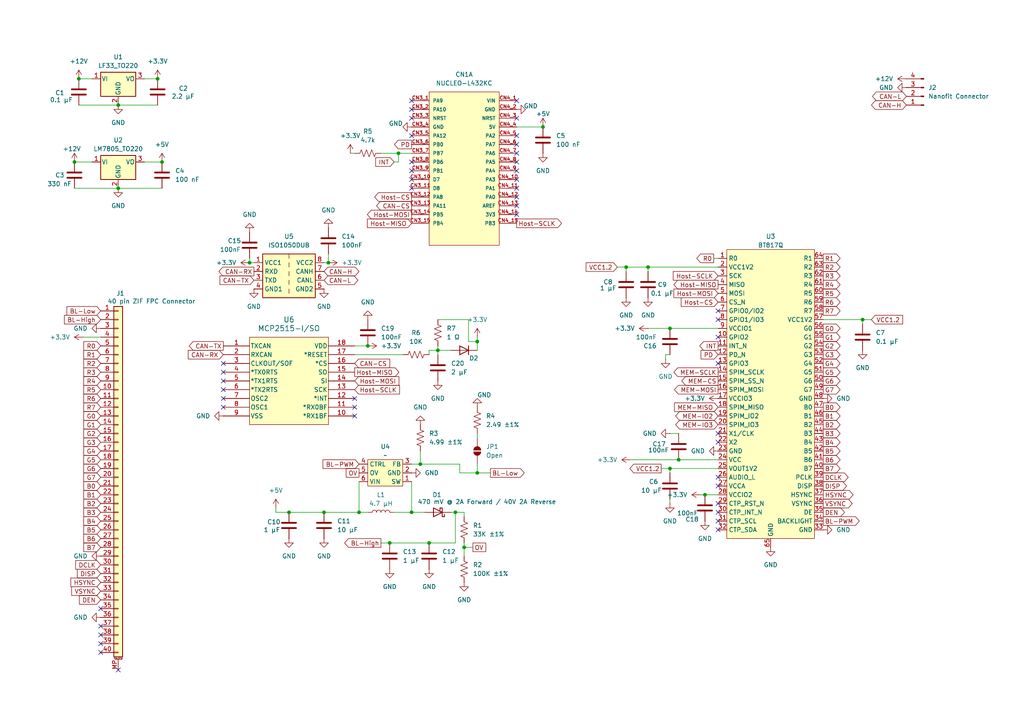
<source format=kicad_sch>
(kicad_sch (version 20231120) (generator "eeschema") (generator_version "8.0")
  (paper "A4")
  (title_block (title "FS-3 Dash") (date "2024-11-07") (rev "1.0") (company "Formula Slug"))
  (junction (at 124.46 157.48))
  (junction (at 22.86 22.86))
  (junction (at 187.96 77.47))
  (junction (at 34.29 54.61))
  (junction (at 134.62 158.75))
  (junction (at 119.38 148.59))
  (junction (at 21.59 46.99))
  (junction (at 72.39 76.2))
  (junction (at 45.72 22.86))
  (junction (at 157.48 36.83))
  (junction (at 104.14 148.59))
  (junction (at 34.29 30.48))
  (junction (at 95.25 76.2))
  (junction (at 181.61 77.47))
  (junction (at 46.99 46.99))
  (junction (at 115.57 44.45))
  (junction (at 194.31 95.25))
  (junction (at 132.08 148.59))
  (junction (at 250.19 92.71))
  (junction (at 93.98 148.59))
  (junction (at 204.47 143.51))
  (junction (at 83.82 148.59))
  (junction (at 127 101.6))
  (junction (at 196.85 133.35))
  (junction (at 194.31 135.89))
  (junction (at 106.68 100.33))
  (junction (at 113.03 157.48))
  (junction (at 121.92 134.62))
  (junction (at 138.43 137.16))
  (junction (at 138.43 99.06))
  (no_connect (at 29.21 181.61))
  (no_connect (at 64.77 105.41))
  (no_connect (at 119.38 29.21))
  (no_connect (at 149.86 39.37))
  (no_connect (at 119.38 54.61))
  (no_connect (at 149.86 59.69))
  (no_connect (at 29.21 176.53))
  (no_connect (at 64.77 110.49))
  (no_connect (at 34.29 194.31))
  (no_connect (at 208.28 151.13))
  (no_connect (at 64.77 118.11))
  (no_connect (at 149.86 34.29))
  (no_connect (at 119.38 46.99))
  (no_connect (at 208.28 128.27))
  (no_connect (at 208.28 97.79))
  (no_connect (at 208.28 90.17))
  (no_connect (at 208.28 138.43))
  (no_connect (at 29.21 186.69))
  (no_connect (at 149.86 52.07))
  (no_connect (at 149.86 41.91))
  (no_connect (at 64.77 107.95))
  (no_connect (at 149.86 54.61))
  (no_connect (at 149.86 49.53))
  (no_connect (at 208.28 105.41))
  (no_connect (at 208.28 140.97))
  (no_connect (at 119.38 39.37))
  (no_connect (at 149.86 44.45))
  (no_connect (at 119.38 52.07))
  (no_connect (at 102.87 120.65))
  (no_connect (at 208.28 146.05))
  (no_connect (at 29.21 189.23))
  (no_connect (at 64.77 115.57))
  (no_connect (at 208.28 92.71))
  (no_connect (at 149.86 46.99))
  (no_connect (at 149.86 62.23))
  (no_connect (at 119.38 49.53))
  (no_connect (at 208.28 153.67))
  (no_connect (at 208.28 125.73))
  (no_connect (at 29.21 184.15))
  (no_connect (at 119.38 31.75))
  (no_connect (at 119.38 34.29))
  (no_connect (at 102.87 115.57))
  (no_connect (at 102.87 118.11))
  (no_connect (at 64.77 113.03))
  (no_connect (at 149.86 57.15))
  (no_connect (at 149.86 29.21))
  (no_connect (at 208.28 148.59))
  (wire (pts (xy 134.62 157.48) (xy 134.62 158.75)))
  (wire (pts (xy 204.47 143.51) (xy 208.28 143.51)))
  (wire (pts (xy 93.98 148.59) (xy 104.14 148.59)))
  (wire (pts (xy 93.98 76.2) (xy 95.25 76.2)))
  (wire (pts (xy 104.14 148.59) (xy 104.14 139.7)))
  (wire (pts (xy 83.82 148.59) (xy 93.98 148.59)))
  (wire (pts (xy 95.25 76.2) (xy 95.25 73.66)))
  (wire (pts (xy 110.49 44.45) (xy 115.57 44.45)))
  (wire (pts (xy 207.01 74.93) (xy 208.28 74.93)))
  (wire (pts (xy 102.87 100.33) (xy 106.68 100.33)))
  (wire (pts (xy 250.19 92.71) (xy 252.73 92.71)))
  (wire (pts (xy 138.43 101.6) (xy 138.43 99.06)))
  (wire (pts (xy 196.85 133.35) (xy 208.28 133.35)))
  (wire (pts (xy 194.31 146.05) (xy 194.31 144.78)))
  (wire (pts (xy 138.43 99.06) (xy 138.43 97.79)))
  (wire (pts (xy 29.21 97.79) (xy 24.13 97.79)))
  (wire (pts (xy 114.3 148.59) (xy 119.38 148.59)))
  (wire (pts (xy 72.39 76.2) (xy 73.66 76.2)))
  (wire (pts (xy 127 101.6) (xy 130.81 101.6)))
  (wire (pts (xy 102.87 102.87) (xy 116.84 102.87)))
  (wire (pts (xy 22.86 22.86) (xy 26.67 22.86)))
  (wire (pts (xy 115.57 44.45) (xy 119.38 44.45)))
  (wire (pts (xy 41.91 22.86) (xy 45.72 22.86)))
  (wire (pts (xy 119.38 148.59) (xy 119.38 139.7)))
  (wire (pts (xy 181.61 77.47) (xy 187.96 77.47)))
  (wire (pts (xy 101.6 44.45) (xy 102.87 44.45)))
  (wire (pts (xy 194.31 102.87) (xy 193.04 102.87)))
  (wire (pts (xy 134.62 158.75) (xy 137.16 158.75)))
  (wire (pts (xy 123.19 148.59) (xy 119.38 148.59)))
  (wire (pts (xy 113.03 157.48) (xy 124.46 157.48)))
  (wire (pts (xy 80.01 148.59) (xy 83.82 148.59)))
  (wire (pts (xy 157.48 36.83) (xy 149.86 36.83)))
  (wire (pts (xy 21.59 54.61) (xy 34.29 54.61)))
  (wire (pts (xy 21.59 46.99) (xy 26.67 46.99)))
  (wire (pts (xy 138.43 134.62) (xy 138.43 137.16)))
  (wire (pts (xy 124.46 157.48) (xy 132.08 157.48)))
  (wire (pts (xy 115.57 46.99) (xy 115.57 44.45)))
  (wire (pts (xy 196.85 125.73) (xy 194.31 125.73)))
  (wire (pts (xy 138.43 125.73) (xy 138.43 127)))
  (wire (pts (xy 133.35 134.62) (xy 133.35 137.16)))
  (wire (pts (xy 22.86 30.48) (xy 34.29 30.48)))
  (wire (pts (xy 132.08 148.59) (xy 132.08 157.48)))
  (wire (pts (xy 133.35 137.16) (xy 138.43 137.16)))
  (wire (pts (xy 181.61 78.74) (xy 181.61 77.47)))
  (wire (pts (xy 119.38 134.62) (xy 121.92 134.62)))
  (wire (pts (xy 194.31 137.16) (xy 194.31 135.89)))
  (wire (pts (xy 106.68 148.59) (xy 104.14 148.59)))
  (wire (pts (xy 121.92 134.62) (xy 133.35 134.62)))
  (wire (pts (xy 121.92 130.81) (xy 121.92 134.62)))
  (wire (pts (xy 34.29 30.48) (xy 45.72 30.48)))
  (wire (pts (xy 194.31 135.89) (xy 208.28 135.89)))
  (wire (pts (xy 194.31 95.25) (xy 208.28 95.25)))
  (wire (pts (xy 187.96 95.25) (xy 194.31 95.25)))
  (wire (pts (xy 80.01 147.32) (xy 80.01 148.59)))
  (wire (pts (xy 134.62 161.29) (xy 134.62 158.75)))
  (wire (pts (xy 187.96 78.74) (xy 187.96 77.47)))
  (wire (pts (xy 193.04 102.87) (xy 193.04 104.14)))
  (wire (pts (xy 135.89 99.06) (xy 138.43 99.06)))
  (wire (pts (xy 41.91 46.99) (xy 46.99 46.99)))
  (wire (pts (xy 203.2 143.51) (xy 204.47 143.51)))
  (wire (pts (xy 72.39 74.93) (xy 72.39 76.2)))
  (wire (pts (xy 110.49 157.48) (xy 113.03 157.48)))
  (wire (pts (xy 138.43 137.16) (xy 142.24 137.16)))
  (wire (pts (xy 135.89 92.71) (xy 135.89 99.06)))
  (wire (pts (xy 130.81 148.59) (xy 132.08 148.59)))
  (wire (pts (xy 238.76 92.71) (xy 250.19 92.71)))
  (wire (pts (xy 250.19 92.71) (xy 250.19 93.98)))
  (wire (pts (xy 124.46 101.6) (xy 127 101.6)))
  (wire (pts (xy 34.29 54.61) (xy 46.99 54.61)))
  (wire (pts (xy 179.07 77.47) (xy 181.61 77.47)))
  (wire (pts (xy 187.96 77.47) (xy 208.28 77.47)))
  (wire (pts (xy 191.77 135.89) (xy 194.31 135.89)))
  (wire (pts (xy 124.46 102.87) (xy 124.46 101.6)))
  (wire (pts (xy 127 100.33) (xy 127 101.6)))
  (wire (pts (xy 134.62 148.59) (xy 134.62 149.86)))
  (wire (pts (xy 127 92.71) (xy 135.89 92.71)))
  (wire (pts (xy 114.3 46.99) (xy 115.57 46.99)))
  (wire (pts (xy 127 102.87) (xy 127 101.6)))
  (wire (pts (xy 182.88 133.35) (xy 196.85 133.35)))
  (wire (pts (xy 132.08 148.59) (xy 134.62 148.59)))
  (global_label "B3" (shape input) (at 29.21 148.59 180) (property "Intersheetrefs" "${INTERSHEET_REFS}" (effects (hide yes))))
  (global_label "B1" (shape output) (at 238.76 120.65 0) (property "Intersheetrefs" "${INTERSHEET_REFS}" (effects (hide yes))))
  (global_label "R6" (shape input) (at 29.21 115.57 180) (property "Intersheetrefs" "${INTERSHEET_REFS}" (effects (hide yes))))
  (global_label "R7" (shape output) (at 238.76 90.17 0) (property "Intersheetrefs" "${INTERSHEET_REFS}" (effects (hide yes))))
  (global_label "BL-Low" (shape output) (at 142.24 137.16 0) (property "Intersheetrefs" "${INTERSHEET_REFS}" (effects (hide yes))))
  (global_label "R7" (shape input) (at 29.21 118.11 180) (property "Intersheetrefs" "${INTERSHEET_REFS}" (effects (hide yes))))
  (global_label "G0" (shape output) (at 238.76 95.25 0) (property "Intersheetrefs" "${INTERSHEET_REFS}" (effects (hide yes))))
  (global_label "CAN-TX" (shape output) (at 64.77 100.33 180) (property "Intersheetrefs" "${INTERSHEET_REFS}" (effects (hide yes))))
  (global_label "B1" (shape input) (at 29.21 143.51 180) (property "Intersheetrefs" "${INTERSHEET_REFS}" (effects (hide yes))))
  (global_label "CAN-CS" (shape input) (at 102.87 105.41 0) (property "Intersheetrefs" "${INTERSHEET_REFS}" (effects (hide yes))))
  (global_label "B2" (shape output) (at 238.76 123.19 0) (property "Intersheetrefs" "${INTERSHEET_REFS}" (effects (hide yes))))
  (global_label "MEM-IO2" (shape bidirectional) (at 208.28 120.65 180) (property "Intersheetrefs" "${INTERSHEET_REFS}" (effects (hide yes))))
  (global_label "R3" (shape output) (at 238.76 80.01 0) (property "Intersheetrefs" "${INTERSHEET_REFS}" (effects (hide yes))))
  (global_label "B0" (shape output) (at 238.76 118.11 0) (property "Intersheetrefs" "${INTERSHEET_REFS}" (effects (hide yes))))
  (global_label "MEM-SCLK" (shape output) (at 208.28 107.95 180) (property "Intersheetrefs" "${INTERSHEET_REFS}" (effects (hide yes))))
  (global_label "Host-MOSI" (shape input) (at 208.28 85.09 180) (property "Intersheetrefs" "${INTERSHEET_REFS}" (effects (hide yes))))
  (global_label "R6" (shape output) (at 238.76 87.63 0) (property "Intersheetrefs" "${INTERSHEET_REFS}" (effects (hide yes))))
  (global_label "CAN-L" (shape bidirectional) (at 262.89 27.94 180) (property "Intersheetrefs" "${INTERSHEET_REFS}" (effects (hide yes))))
  (global_label "B7" (shape input) (at 29.21 158.75 180) (property "Intersheetrefs" "${INTERSHEET_REFS}" (effects (hide yes))))
  (global_label "G1" (shape input) (at 29.21 123.19 180) (property "Intersheetrefs" "${INTERSHEET_REFS}" (effects (hide yes))))
  (global_label "R5" (shape output) (at 238.76 85.09 0) (property "Intersheetrefs" "${INTERSHEET_REFS}" (effects (hide yes))))
  (global_label "B4" (shape output) (at 238.76 128.27 0) (property "Intersheetrefs" "${INTERSHEET_REFS}" (effects (hide yes))))
  (global_label "Host-SCLK" (shape output) (at 149.86 64.77 0) (property "Intersheetrefs" "${INTERSHEET_REFS}" (effects (hide yes))))
  (global_label "B6" (shape output) (at 238.76 133.35 0) (property "Intersheetrefs" "${INTERSHEET_REFS}" (effects (hide yes))))
  (global_label "Host-MISO" (shape input) (at 119.38 64.77 180) (property "Intersheetrefs" "${INTERSHEET_REFS}" (effects (hide yes))))
  (global_label "Host-MISO" (shape output) (at 208.28 82.55 180) (property "Intersheetrefs" "${INTERSHEET_REFS}" (effects (hide yes))))
  (global_label "G1" (shape output) (at 238.76 97.79 0) (property "Intersheetrefs" "${INTERSHEET_REFS}" (effects (hide yes))))
  (global_label "DISP" (shape output) (at 238.76 140.97 0) (property "Intersheetrefs" "${INTERSHEET_REFS}" (effects (hide yes))))
  (global_label "DCLK" (shape input) (at 29.21 163.83 180) (property "Intersheetrefs" "${INTERSHEET_REFS}" (effects (hide yes))))
  (global_label "BL-Low" (shape input) (at 29.21 90.17 180) (property "Intersheetrefs" "${INTERSHEET_REFS}" (effects (hide yes))))
  (global_label "DCLK" (shape output) (at 238.76 138.43 0) (property "Intersheetrefs" "${INTERSHEET_REFS}" (effects (hide yes))))
  (global_label "CAN-H" (shape bidirectional) (at 262.89 30.48 180) (property "Intersheetrefs" "${INTERSHEET_REFS}" (effects (hide yes))))
  (global_label "G6" (shape input) (at 29.21 135.89 180) (property "Intersheetrefs" "${INTERSHEET_REFS}" (effects (hide yes))))
  (global_label "CAN-RX" (shape output) (at 73.66 78.74 180) (property "Intersheetrefs" "${INTERSHEET_REFS}" (effects (hide yes))))
  (global_label "G4" (shape input) (at 29.21 130.81 180) (property "Intersheetrefs" "${INTERSHEET_REFS}" (effects (hide yes))))
  (global_label "R2" (shape output) (at 238.76 77.47 0) (property "Intersheetrefs" "${INTERSHEET_REFS}" (effects (hide yes))))
  (global_label "CAN-H" (shape bidirectional) (at 93.98 78.74 0) (property "Intersheetrefs" "${INTERSHEET_REFS}" (effects (hide yes))))
  (global_label "HSYNC" (shape input) (at 29.21 168.91 180) (property "Intersheetrefs" "${INTERSHEET_REFS}" (effects (hide yes))))
  (global_label "MEM-IO3" (shape bidirectional) (at 208.28 123.19 180) (property "Intersheetrefs" "${INTERSHEET_REFS}" (effects (hide yes))))
  (global_label "OV" (shape passive) (at 137.16 158.75 0) (property "Intersheetrefs" "${INTERSHEET_REFS}" (effects (hide yes))))
  (global_label "B5" (shape input) (at 29.21 153.67 180) (property "Intersheetrefs" "${INTERSHEET_REFS}" (effects (hide yes))))
  (global_label "B3" (shape output) (at 238.76 125.73 0) (property "Intersheetrefs" "${INTERSHEET_REFS}" (effects (hide yes))))
  (global_label "Host-MOSI" (shape input) (at 102.87 110.49 0) (property "Intersheetrefs" "${INTERSHEET_REFS}" (effects (hide yes))))
  (global_label "R1" (shape output) (at 238.76 74.93 0) (property "Intersheetrefs" "${INTERSHEET_REFS}" (effects (hide yes))))
  (global_label "G3" (shape input) (at 29.21 128.27 180) (property "Intersheetrefs" "${INTERSHEET_REFS}" (effects (hide yes))))
  (global_label "R1" (shape input) (at 29.21 102.87 180) (property "Intersheetrefs" "${INTERSHEET_REFS}" (effects (hide yes))))
  (global_label "VCC1.2" (shape input) (at 179.07 77.47 180) (property "Intersheetrefs" "${INTERSHEET_REFS}" (effects (hide yes))))
  (global_label "G3" (shape output) (at 238.76 102.87 0) (property "Intersheetrefs" "${INTERSHEET_REFS}" (effects (hide yes))))
  (global_label "MEM-CS" (shape output) (at 208.28 110.49 180) (property "Intersheetrefs" "${INTERSHEET_REFS}" (effects (hide yes))))
  (global_label "BL-PWM" (shape output) (at 238.76 151.13 0) (property "Intersheetrefs" "${INTERSHEET_REFS}" (effects (hide yes))))
  (global_label "DEN" (shape input) (at 29.21 173.99 180) (property "Intersheetrefs" "${INTERSHEET_REFS}" (effects (hide yes))))
  (global_label "Host-MISO" (shape output) (at 102.87 107.95 0) (property "Intersheetrefs" "${INTERSHEET_REFS}" (effects (hide yes))))
  (global_label "G7" (shape output) (at 238.76 113.03 0) (property "Intersheetrefs" "${INTERSHEET_REFS}" (effects (hide yes))))
  (global_label "VCC1.2" (shape input) (at 252.73 92.71 0) (property "Intersheetrefs" "${INTERSHEET_REFS}" (effects (hide yes))))
  (global_label "G0" (shape input) (at 29.21 120.65 180) (property "Intersheetrefs" "${INTERSHEET_REFS}" (effects (hide yes))))
  (global_label "B5" (shape output) (at 238.76 130.81 0) (property "Intersheetrefs" "${INTERSHEET_REFS}" (effects (hide yes))))
  (global_label "BL-PWM" (shape input) (at 104.14 134.62 180) (property "Intersheetrefs" "${INTERSHEET_REFS}" (effects (hide yes))))
  (global_label "Host-SCLK" (shape input) (at 208.28 80.01 180) (property "Intersheetrefs" "${INTERSHEET_REFS}" (effects (hide yes))))
  (global_label "R4" (shape output) (at 238.76 82.55 0) (property "Intersheetrefs" "${INTERSHEET_REFS}" (effects (hide yes))))
  (global_label "CAN-RX" (shape input) (at 64.77 102.87 180) (property "Intersheetrefs" "${INTERSHEET_REFS}" (effects (hide yes))))
  (global_label "B0" (shape input) (at 29.21 140.97 180) (property "Intersheetrefs" "${INTERSHEET_REFS}" (effects (hide yes))))
  (global_label "INT" (shape output) (at 208.28 100.33 180) (property "Intersheetrefs" "${INTERSHEET_REFS}" (effects (hide yes))))
  (global_label "R3" (shape input) (at 29.21 107.95 180) (property "Intersheetrefs" "${INTERSHEET_REFS}" (effects (hide yes))))
  (global_label "G2" (shape output) (at 238.76 100.33 0) (property "Intersheetrefs" "${INTERSHEET_REFS}" (effects (hide yes))))
  (global_label "CAN-L" (shape bidirectional) (at 93.98 81.28 0) (property "Intersheetrefs" "${INTERSHEET_REFS}" (effects (hide yes))))
  (global_label "Host-SCLK" (shape input) (at 102.87 113.03 0) (property "Intersheetrefs" "${INTERSHEET_REFS}" (effects (hide yes))))
  (global_label "VCC1.2" (shape output) (at 191.77 135.89 180) (property "Intersheetrefs" "${INTERSHEET_REFS}" (effects (hide yes))))
  (global_label "Host-CS" (shape output) (at 119.38 57.15 180) (property "Intersheetrefs" "${INTERSHEET_REFS}" (effects (hide yes))))
  (global_label "Host-CS" (shape input) (at 208.28 87.63 180) (property "Intersheetrefs" "${INTERSHEET_REFS}" (effects (hide yes))))
  (global_label "G5" (shape input) (at 29.21 133.35 180) (property "Intersheetrefs" "${INTERSHEET_REFS}" (effects (hide yes))))
  (global_label "B6" (shape input) (at 29.21 156.21 180) (property "Intersheetrefs" "${INTERSHEET_REFS}" (effects (hide yes))))
  (global_label "R4" (shape input) (at 29.21 110.49 180) (property "Intersheetrefs" "${INTERSHEET_REFS}" (effects (hide yes))))
  (global_label "G4" (shape output) (at 238.76 105.41 0) (property "Intersheetrefs" "${INTERSHEET_REFS}" (effects (hide yes))))
  (global_label "INT" (shape input) (at 114.3 46.99 180) (property "Intersheetrefs" "${INTERSHEET_REFS}" (effects (hide yes))))
  (global_label "G7" (shape input) (at 29.21 138.43 180) (property "Intersheetrefs" "${INTERSHEET_REFS}" (effects (hide yes))))
  (global_label "G2" (shape input) (at 29.21 125.73 180) (property "Intersheetrefs" "${INTERSHEET_REFS}" (effects (hide yes))))
  (global_label "Host-MOSI" (shape output) (at 119.38 62.23 180) (property "Intersheetrefs" "${INTERSHEET_REFS}" (effects (hide yes))))
  (global_label "G6" (shape output) (at 238.76 110.49 0) (property "Intersheetrefs" "${INTERSHEET_REFS}" (effects (hide yes))))
  (global_label "MEM-MISO" (shape input) (at 208.28 118.11 180) (property "Intersheetrefs" "${INTERSHEET_REFS}" (effects (hide yes))))
  (global_label "DEN" (shape output) (at 238.76 148.59 0) (property "Intersheetrefs" "${INTERSHEET_REFS}" (effects (hide yes))))
  (global_label "PD" (shape output) (at 119.38 41.91 180) (property "Intersheetrefs" "${INTERSHEET_REFS}" (effects (hide yes))))
  (global_label "OV" (shape passive) (at 104.14 137.16 180) (property "Intersheetrefs" "${INTERSHEET_REFS}" (effects (hide yes))))
  (global_label "MEM-MOSI" (shape output) (at 208.28 113.03 180) (property "Intersheetrefs" "${INTERSHEET_REFS}" (effects (hide yes))))
  (global_label "CAN-TX" (shape input) (at 73.66 81.28 180) (property "Intersheetrefs" "${INTERSHEET_REFS}" (effects (hide yes))))
  (global_label "VSYNC" (shape output) (at 238.76 146.05 0) (property "Intersheetrefs" "${INTERSHEET_REFS}" (effects (hide yes))))
  (global_label "BL-High" (shape output) (at 110.49 157.48 180) (property "Intersheetrefs" "${INTERSHEET_REFS}" (effects (hide yes))))
  (global_label "R5" (shape input) (at 29.21 113.03 180) (property "Intersheetrefs" "${INTERSHEET_REFS}" (effects (hide yes))))
  (global_label "PD" (shape input) (at 208.28 102.87 180) (property "Intersheetrefs" "${INTERSHEET_REFS}" (effects (hide yes))))
  (global_label "VSYNC" (shape input) (at 29.21 171.45 180) (property "Intersheetrefs" "${INTERSHEET_REFS}" (effects (hide yes))))
  (global_label "R2" (shape input) (at 29.21 105.41 180) (property "Intersheetrefs" "${INTERSHEET_REFS}" (effects (hide yes))))
  (global_label "B7" (shape output) (at 238.76 135.89 0) (property "Intersheetrefs" "${INTERSHEET_REFS}" (effects (hide yes))))
  (global_label "BL-High" (shape input) (at 29.21 92.71 180) (property "Intersheetrefs" "${INTERSHEET_REFS}" (effects (hide yes))))
  (global_label "DISP" (shape input) (at 29.21 166.37 180) (property "Intersheetrefs" "${INTERSHEET_REFS}" (effects (hide yes))))
  (global_label "R0" (shape output) (at 207.01 74.93 180) (property "Intersheetrefs" "${INTERSHEET_REFS}" (effects (hide yes))))
  (global_label "B2" (shape input) (at 29.21 146.05 180) (property "Intersheetrefs" "${INTERSHEET_REFS}" (effects (hide yes))))
  (global_label "CAN-CS" (shape output) (at 119.38 59.69 180) (property "Intersheetrefs" "${INTERSHEET_REFS}" (effects (hide yes))))
  (global_label "R0" (shape input) (at 29.21 100.33 180) (property "Intersheetrefs" "${INTERSHEET_REFS}" (effects (hide yes))))
  (global_label "G5" (shape output) (at 238.76 107.95 0) (property "Intersheetrefs" "${INTERSHEET_REFS}" (effects (hide yes))))
  (global_label "B4" (shape input) (at 29.21 151.13 180) (property "Intersheetrefs" "${INTERSHEET_REFS}" (effects (hide yes))))
  (global_label "HSYNC" (shape output) (at 238.76 143.51 0) (property "Intersheetrefs" "${INTERSHEET_REFS}" (effects (hide yes))))
  (symbol (lib_id "Device:C") (at 127 106.68 0) (unit 1)
    (property "Reference" "C20" (at 130.81 105.4099 0) (effects (justify left)))
    (property "Value" "2 µF" (at 130.81 107.9499 0) (effects (justify left)))
    (property "Footprint" "Capacitor_SMD:C_0805_2012Metric" (effects (hide yes)))
    (property "Description" "Unpolarized capacitor" (effects (hide yes)))
  )
  (symbol (lib_id "Device:C") (at 22.86 26.67 0) (unit 1)
    (property "Reference" "C1" (at 16.002 26.924 0) (effects (justify left)))
    (property "Value" "0.1 µF" (at 14.478 28.956 0) (effects (justify left)))
    (property "Footprint" "Capacitor_SMD:C_0805_2012Metric" (effects (hide yes)))
    (property "Description" "Unpolarized capacitor" (effects (hide yes)))
  )
  (symbol (lib_id "power:GND") (at 64.77 120.65 270) (unit 1)
    (property "Reference" "#PWR048" (effects (hide yes)))
    (property "Value" "GND" (at 60.96 120.6499 90) (effects (justify right)))
    (property "Description" "Power symbol creates a global label with name \"GND\" , ground" (effects (hide yes)))
  )
  (symbol (lib_id "FS_3_Global_Symbol_Library:AP3032KTR-G1") (at 116.84 140.97 180) (unit 1)
    (property "Reference" "U4" (at 111.76 129.54 0))
    (property "Value" "~" (at 111.76 132.08 0))
    (property "Footprint" "Package_TO_SOT_SMD:SOT-23-6_Handsoldering" (effects (hide yes)))
    (property "Datasheet" "https://www.diodes.com/assets/Datasheets/AP3032.pdf" (effects (hide yes)))
    (property "Description" "White LED Step-up Converter" (effects (hide yes)))
  )
  (symbol (lib_id "power:GND") (at 194.31 146.05 0) (unit 1)
    (property "Reference" "#PWR024" (effects (hide yes)))
    (property "Value" "GND" (at 194.31 151.13 0))
    (property "Description" "Power symbol creates a global label with name \"GND\" , ground" (effects (hide yes)))
  )
  (symbol (lib_id "power:+5V") (at 80.01 147.32 0) (unit 1)
    (property "Reference" "#PWR028" (effects (hide yes)))
    (property "Value" "+5V" (at 80.01 142.24 0))
    (property "Description" "Power symbol creates a global label with name \"+5V\"" (effects (hide yes)))
  )
  (symbol (lib_id "Regulator_Linear:LM7805_TO220") (at 34.29 46.99 0) (unit 1)
    (property "Reference" "U2" (at 34.29 40.64 0))
    (property "Value" "LM7805_TO220" (at 34.29 43.18 0))
    (property "Footprint" "Package_TO_SOT_THT:TO-220-3_Vertical" (effects (hide yes)))
    (property "Datasheet" "https://www.onsemi.cn/PowerSolutions/document/MC7800-D.PDF" (effects (hide yes)))
    (property "Description" "Positive 1A 35V Linear Regulator, Fixed Output 5V, TO-220" (effects (hide yes)))
  )
  (symbol (lib_id "power:GND") (at 193.04 104.14 0) (unit 1)
    (property "Reference" "#PWR043" (effects (hide yes)))
    (property "Value" "GND" (at 193.04 109.22 0))
    (property "Description" "Power symbol creates a global label with name \"GND\" , ground" (effects (hide yes)))
  )
  (symbol (lib_id "Device:C") (at 113.03 161.29 0) (unit 1)
    (property "Reference" "C13" (at 116.84 160.0199 0) (effects (justify left)))
    (property "Value" "1 µF" (at 116.84 162.5599 0) (effects (justify left)))
    (property "Footprint" "Capacitor_SMD:C_0805_2012Metric" (effects (hide yes)))
    (property "Description" "Unpolarized capacitor" (effects (hide yes)))
  )
  (symbol (lib_id "power:+3.3V") (at 182.88 133.35 90) (unit 1)
    (property "Reference" "#PWR019" (effects (hide yes)))
    (property "Value" "+3.3V" (at 179.07 133.3499 90) (effects (justify left)))
    (property "Description" "Power symbol creates a global label with name \"+3.3V\"" (effects (hide yes)))
  )
  (symbol (lib_id "power:GND") (at 34.29 30.48 0) (unit 1)
    (property "Reference" "#PWR01" (effects (hide yes)))
    (property "Value" "GND" (at 34.29 35.56 0))
    (property "Description" "Power symbol creates a global label with name \"GND\" , ground" (effects (hide yes)))
  )
  (symbol (lib_id "Regulator_Linear:LF33_TO220") (at 34.29 22.86 0) (unit 1)
    (property "Reference" "U1" (at 34.29 16.51 0))
    (property "Value" "LF33_TO220" (at 34.29 19.05 0))
    (property "Footprint" "Package_TO_SOT_THT:TO-220-3_Vertical" (effects (hide yes)))
    (property "Datasheet" "http://www.st.com/content/ccc/resource/technical/document/datasheet/c4/0e/7e/2a/be/bc/4c/bd/CD00000546.pdf/files/CD00000546.pdf/jcr:content/translations/en.CD00000546.pdf" (effects (hide yes)))
    (property "Description" "Low-drop Voltage Regulator, Io up to 500mA, Fixed Vo 3.3V, TO-220" (effects (hide yes)))
  )
  (symbol (lib_id "power:+12V") (at 22.86 22.86 0) (unit 1)
    (property "Reference" "#PWR02" (effects (hide yes)))
    (property "Value" "+12V" (at 22.86 17.78 0))
    (property "Description" "Power symbol creates a global label with name \"+12V\"" (effects (hide yes)))
  )
  (symbol (lib_id "power:+3.3V") (at 106.68 100.33 270) (unit 1)
    (property "Reference" "#PWR047" (effects (hide yes)))
    (property "Value" "+3.3V" (at 110.49 100.3299 90) (effects (justify left)))
    (property "Description" "Power symbol creates a global label with name \"+3.3V\"" (effects (hide yes)))
  )
  (symbol (lib_id "Device:C") (at 72.39 71.12 0) (unit 1)
    (property "Reference" "C15" (at 66.04 69.85 0) (effects (justify left)))
    (property "Value" "100nF" (at 63.754 72.39 0) (effects (justify left)))
    (property "Footprint" "Capacitor_SMD:C_0805_2012Metric" (effects (hide yes)))
    (property "Description" "Unpolarized capacitor" (effects (hide yes)))
  )
  (symbol (lib_id "power:GND") (at 83.82 156.21 0) (unit 1)
    (property "Reference" "#PWR029" (effects (hide yes)))
    (property "Value" "GND" (at 83.82 161.29 0))
    (property "Description" "Power symbol creates a global label with name \"GND\" , ground" (effects (hide yes)))
  )
  (symbol (lib_id "power:+12V") (at 21.59 46.99 0) (unit 1)
    (property "Reference" "#PWR07" (effects (hide yes)))
    (property "Value" "+12V" (at 20.828 43.18 0))
    (property "Description" "Power symbol creates a global label with name \"+12V\"" (effects (hide yes)))
  )
  (symbol (lib_id "power:GND") (at 157.48 44.45 0) (unit 1)
    (property "Reference" "#PWR010" (effects (hide yes)))
    (property "Value" "GND" (at 157.48 49.53 0))
    (property "Description" "Power symbol creates a global label with name \"GND\" , ground" (effects (hide yes)))
  )
  (symbol (lib_id "Device:D") (at 134.62 101.6 180) (unit 1)
    (property "Reference" "D2" (at 137.414 103.886 0))
    (property "Value" "D" (effects (hide yes)))
    (property "Footprint" "Diode_SMD:D_0805_2012Metric" (effects (hide yes)))
    (property "Description" "Diode" (effects (hide yes)))
    (property "Sim.Device" "D" (effects (hide yes)))
    (property "Sim.Pins" "1=K 2=A" (effects (hide yes)))
  )
  (symbol (lib_id "Device:R_US") (at 120.65 102.87 90) (unit 1)
    (property "Reference" "R6" (at 120.65 96.52 90))
    (property "Value" "10K" (at 120.65 99.06 90))
    (property "Footprint" "Resistor_SMD:R_0805_2012Metric" (effects (hide yes)))
    (property "Description" "Resistor, US symbol" (effects (hide yes)))
  )
  (symbol (lib_id "Device:C") (at 194.31 99.06 180) (unit 1)
    (property "Reference" "C16" (at 190.5 100.3301 0) (effects (justify left)))
    (property "Value" "100nF" (at 190.5 97.7901 0) (effects (justify left)))
    (property "Footprint" "Capacitor_SMD:C_0805_2012Metric" (effects (hide yes)))
    (property "Description" "Unpolarized capacitor" (effects (hide yes)))
  )
  (symbol (lib_id "power:GND") (at 181.61 86.36 0) (unit 1)
    (property "Reference" "#PWR025" (effects (hide yes)))
    (property "Value" "GND" (at 181.61 91.44 0))
    (property "Description" "Power symbol creates a global label with name \"GND\" , ground" (effects (hide yes)))
  )
  (symbol (lib_id "Device:R_US") (at 127 96.52 0) (unit 1)
    (property "Reference" "R7" (at 129.54 95.2499 0) (effects (justify left)))
    (property "Value" "1 Ω" (at 129.54 97.7899 0) (effects (justify left)))
    (property "Footprint" "Resistor_SMD:R_0805_2012Metric" (effects (hide yes)))
    (property "Description" "Resistor, US symbol" (effects (hide yes)))
  )
  (symbol (lib_id "power:GND") (at 204.47 151.13 0) (unit 1)
    (property "Reference" "#PWR045" (effects (hide yes)))
    (property "Value" "GND" (at 204.47 156.21 0))
    (property "Description" "Power symbol creates a global label with name \"GND\" , ground" (effects (hide yes)))
  )
  (symbol (lib_id "power:GND") (at 134.62 168.91 0) (unit 1)
    (property "Reference" "#PWR032" (effects (hide yes)))
    (property "Value" "GND" (at 134.62 173.99 0))
    (property "Description" "Power symbol creates a global label with name \"GND\" , ground" (effects (hide yes)))
  )
  (symbol (lib_id "power:GND") (at 194.31 125.73 270) (unit 1)
    (property "Reference" "#PWR044" (effects (hide yes)))
    (property "Value" "GND" (at 190.5 125.7299 90) (effects (justify right)))
    (property "Description" "Power symbol creates a global label with name \"GND\" , ground" (effects (hide yes)))
  )
  (symbol (lib_id "Device:C") (at 194.31 140.97 0) (unit 1)
    (property "Reference" "C6" (at 188.214 139.7 0) (effects (justify left)))
    (property "Value" "10 µF" (at 185.928 142.24 0) (effects (justify left)))
    (property "Footprint" "Capacitor_SMD:C_0805_2012Metric" (effects (hide yes)))
    (property "Description" "Unpolarized capacitor" (effects (hide yes)))
  )
  (symbol (lib_id "Device:C") (at 157.48 40.64 180) (unit 1)
    (property "Reference" "C5" (at 161.29 39.3699 0) (effects (justify right)))
    (property "Value" "100 nF" (at 161.29 41.9099 0) (effects (justify right)))
    (property "Footprint" "Capacitor_SMD:C_0805_2012Metric" (effects (hide yes)))
    (property "Description" "Unpolarized capacitor" (effects (hide yes)))
  )
  (symbol (lib_id "power:+3.3V") (at 95.25 76.2 270) (unit 1)
    (property "Reference" "#PWR051" (effects (hide yes)))
    (property "Value" "+3.3V" (at 99.06 76.1999 90) (effects (justify left)))
    (property "Description" "Power symbol creates a global label with name \"+3.3V\"" (effects (hide yes)))
  )
  (symbol (lib_id "power:GND") (at 149.86 31.75 90) (unit 1)
    (property "Reference" "#PWR04" (effects (hide yes)))
    (property "Value" "GND" (at 151.892 30.734 90) (effects (justify right)))
    (property "Description" "Power symbol creates a global label with name \"GND\" , ground" (effects (hide yes)))
  )
  (symbol (lib_id "power:+3.3V") (at 101.6 44.45 0) (unit 1)
    (property "Reference" "#PWR037" (effects (hide yes)))
    (property "Value" "+3.3V" (at 101.6 39.37 0))
    (property "Description" "Power symbol creates a global label with name \"+3.3V\"" (effects (hide yes)))
  )
  (symbol (lib_id "Connector_Generic_MountingPin:Conn_01x40_MountingPin") (at 34.29 138.43 0) (unit 1)
    (property "Reference" "J1" (at 34.925 85.09 0))
    (property "Value" "40 pin ZIF FPC Connector" (at 43.942 87.376 0))
    (property "Footprint" "Connector_FFC-FPC:TE_4-1734839-0_1x40-1MP_P0.5mm_Horizontal" (effects (hide yes)))
    (property "Description" "Generic connectable mounting pin connector, single row, 01x40, script generated (kicad-library-utils/schlib/autogen/connector/)" (effects (hide yes)))
  )
  (symbol (lib_id "Device:L") (at 110.49 148.59 90) (unit 1)
    (property "Reference" "L1" (at 110.49 143.51 90))
    (property "Value" "4.7 µH" (at 110.49 146.05 90))
    (property "Footprint" "Inductor_SMD:L_1008_2520Metric" (effects (hide yes)))
    (property "Description" "Inductor" (effects (hide yes)))
  )
  (symbol (lib_id "Device:C") (at 95.25 69.85 0) (unit 1)
    (property "Reference" "C14" (at 99.06 68.5799 0) (effects (justify left)))
    (property "Value" "100nF" (at 99.06 71.1199 0) (effects (justify left)))
    (property "Footprint" "Capacitor_SMD:C_0805_2012Metric" (effects (hide yes)))
    (property "Description" "Unpolarized capacitor" (effects (hide yes)))
  )
  (symbol (lib_id "Device:C") (at 45.72 26.67 0) (unit 1)
    (property "Reference" "C2" (at 51.816 25.654 0) (effects (justify left)))
    (property "Value" "2.2 µF" (at 49.784 27.94 0) (effects (justify left)))
    (property "Footprint" "Capacitor_SMD:C_0805_2012Metric" (effects (hide yes)))
    (property "Description" "Unpolarized capacitor" (effects (hide yes)))
  )
  (symbol (lib_id "power:GND") (at 119.38 36.83 270) (unit 1)
    (property "Reference" "#PWR05" (effects (hide yes)))
    (property "Value" "GND" (at 116.84 35.814 90) (effects (justify right)))
    (property "Description" "Power symbol creates a global label with name \"GND\" , ground" (effects (hide yes)))
  )
  (symbol (lib_id "power:GND") (at 238.76 115.57 90) (unit 1)
    (property "Reference" "#PWR016" (effects (hide yes)))
    (property "Value" "GND" (at 242.57 115.5699 90) (effects (justify right)))
    (property "Description" "Power symbol creates a global label with name \"GND\" , ground" (effects (hide yes)))
  )
  (symbol (lib_id "power:GND") (at 113.03 165.1 0) (unit 1)
    (property "Reference" "#PWR033" (effects (hide yes)))
    (property "Value" "GND" (at 113.03 170.18 0))
    (property "Description" "Power symbol creates a global label with name \"GND\" , ground" (effects (hide yes)))
  )
  (symbol (lib_id "Device:C") (at 93.98 152.4 0) (unit 1)
    (property "Reference" "C11" (at 97.79 151.1299 0) (effects (justify left)))
    (property "Value" "10 µF" (at 97.79 153.6699 0) (effects (justify left)))
    (property "Footprint" "Capacitor_SMD:C_0805_2012Metric" (effects (hide yes)))
    (property "Description" "Unpolarized capacitor" (effects (hide yes)))
  )
  (symbol (lib_id "Device:R_US") (at 138.43 121.92 0) (unit 1)
    (property "Reference" "R4" (at 140.97 120.6499 0) (effects (justify left)))
    (property "Value" "2.49 ±1%" (at 140.97 123.1899 0) (effects (justify left)))
    (property "Footprint" "Resistor_SMD:R_0805_2012Metric" (effects (hide yes)))
    (property "Description" "Resistor, US symbol" (effects (hide yes)))
  )
  (symbol (lib_id "Device:R_US") (at 106.68 44.45 90) (unit 1)
    (property "Reference" "R5" (at 106.68 38.1 90))
    (property "Value" "4.7k" (at 106.68 40.64 90))
    (property "Footprint" "Resistor_SMD:R_0805_2012Metric" (effects (hide yes)))
    (property "Description" "Resistor, US symbol" (effects (hide yes)))
  )
  (symbol (lib_id "Device:C") (at 21.59 50.8 0) (unit 1)
    (property "Reference" "C3" (at 16.002 50.8 0) (effects (justify left)))
    (property "Value" "330 nF" (at 13.716 53.34 0) (effects (justify left)))
    (property "Footprint" "Capacitor_SMD:C_0805_2012Metric" (effects (hide yes)))
    (property "Description" "Unpolarized capacitor" (effects (hide yes)))
  )
  (symbol (lib_id "power:GND") (at 73.66 83.82 0) (unit 1)
    (property "Reference" "#PWR040" (effects (hide yes)))
    (property "Value" "GND" (at 73.66 88.9 0))
    (property "Description" "Power symbol creates a global label with name \"GND\" , ground" (effects (hide yes)))
  )
  (symbol (lib_id "power:GND") (at 223.52 158.75 0) (unit 1)
    (property "Reference" "#PWR018" (effects (hide yes)))
    (property "Value" "GND" (at 223.52 163.83 0))
    (property "Description" "Power symbol creates a global label with name \"GND\" , ground" (effects (hide yes)))
  )
  (symbol (lib_id "Jumper:SolderJumper_2_Open") (at 138.43 130.81 270) (unit 1) (exclude_from_sim yes) (in_bom no)
    (property "Reference" "JP1" (at 140.97 129.5399 90) (effects (justify left)))
    (property "Value" "Open" (at 140.97 132.0799 90) (effects (justify left)))
    (property "Footprint" "Jumper:SolderJumper-2_P1.3mm_Open_RoundedPad1.0x1.5mm" (effects (hide yes)))
    (property "Description" "Solder Jumper, 2-pole, open" (effects (hide yes)))
  )
  (symbol (lib_id "power:GND") (at 208.28 130.81 270) (unit 1)
    (property "Reference" "#PWR017" (effects (hide yes)))
    (property "Value" "GND" (at 204.47 130.8099 90) (effects (justify right)))
    (property "Description" "Power symbol creates a global label with name \"GND\" , ground" (effects (hide yes)))
  )
  (symbol (lib_id "power:GND") (at 121.92 123.19 180) (unit 1)
    (property "Reference" "#PWR035" (effects (hide yes)))
    (property "Value" "GND" (at 121.92 118.11 0))
    (property "Description" "Power symbol creates a global label with name \"GND\" , ground" (effects (hide yes)))
  )
  (symbol (lib_id "power:+3.3V") (at 208.28 115.57 90) (unit 1)
    (property "Reference" "#PWR022" (effects (hide yes)))
    (property "Value" "+3.3V" (at 204.47 115.5699 90) (effects (justify left)))
    (property "Description" "Power symbol creates a global label with name \"+3.3V\"" (effects (hide yes)))
  )
  (symbol (lib_id "power:+3.3V") (at 138.43 97.79 0) (unit 1)
    (property "Reference" "#PWR050" (effects (hide yes)))
    (property "Value" "+3.3V" (at 138.43 92.71 0))
    (property "Description" "Power symbol creates a global label with name \"+3.3V\"" (effects (hide yes)))
  )
  (symbol (lib_id "power:GND") (at 187.96 86.36 0) (unit 1)
    (property "Reference" "#PWR026" (effects (hide yes)))
    (property "Value" "GND" (at 187.96 91.44 0))
    (property "Description" "Power symbol creates a global label with name \"GND\" , ground" (effects (hide yes)))
  )
  (symbol (lib_id "power:+5V") (at 157.48 36.83 0) (unit 1)
    (property "Reference" "#PWR09" (effects (hide yes)))
    (property "Value" "+5V" (at 157.48 33.02 0))
    (property "Description" "Power symbol creates a global label with name \"+5V\"" (effects (hide yes)))
  )
  (symbol (lib_id "power:GND") (at 29.21 95.25 270) (mirror x) (unit 1)
    (property "Reference" "#PWR011" (effects (hide yes)))
    (property "Value" "GND" (at 25.4 95.2499 90) (effects (justify right)))
    (property "Description" "Power symbol creates a global label with name \"GND\" , ground" (effects (hide yes)))
  )
  (symbol (lib_id "power:+3.3V") (at 187.96 95.25 90) (unit 1)
    (property "Reference" "#PWR021" (effects (hide yes)))
    (property "Value" "+3.3V" (at 184.15 95.2499 90) (effects (justify left)))
    (property "Description" "Power symbol creates a global label with name \"+3.3V\"" (effects (hide yes)))
  )
  (symbol (lib_id "Device:C") (at 46.99 50.8 0) (unit 1)
    (property "Reference" "C4" (at 50.8 49.5299 0) (effects (justify left)))
    (property "Value" "100 nF" (at 50.8 52.0699 0) (effects (justify left)))
    (property "Footprint" "Capacitor_SMD:C_0805_2012Metric" (effects (hide yes)))
    (property "Description" "Unpolarized capacitor" (effects (hide yes)))
  )
  (symbol (lib_id "power:GND") (at 93.98 156.21 0) (unit 1)
    (property "Reference" "#PWR030" (effects (hide yes)))
    (property "Value" "GND" (at 93.98 161.29 0))
    (property "Description" "Power symbol creates a global label with name \"GND\" , ground" (effects (hide yes)))
  )
  (symbol (lib_id "power:GND") (at 95.25 66.04 180) (unit 1)
    (property "Reference" "#PWR042" (effects (hide yes)))
    (property "Value" "GND" (at 95.25 60.96 0))
    (property "Description" "Power symbol creates a global label with name \"GND\" , ground" (effects (hide yes)))
  )
  (symbol (lib_id "Interface_CAN_LIN:ISO1050DUB") (at 83.82 78.74 0) (unit 1)
    (property "Reference" "U5" (at 83.82 68.58 0))
    (property "Value" "ISO1050DUB" (at 83.82 71.12 0))
    (property "Footprint" "Package_SO:SOP-8_6.62x9.15mm_P2.54mm" (effects (hide yes)))
    (property "Datasheet" "http://www.ti.com/lit/ds/symlink/iso1050.pdf" (effects (hide yes)))
    (property "Description" "Isolated CAN Transceiver, SOP-8" (effects (hide yes)))
  )
  (symbol (lib_id "power:+3.3V") (at 24.13 97.79 90) (mirror x) (unit 1)
    (property "Reference" "#PWR012" (effects (hide yes)))
    (property "Value" "+3.3V" (at 20.32 97.7899 90) (effects (justify left)))
    (property "Description" "Power symbol creates a global label with name \"+3.3V\"" (effects (hide yes)))
  )
  (symbol (lib_id "power:+3.3V") (at 45.72 22.86 0) (unit 1)
    (property "Reference" "#PWR03" (effects (hide yes)))
    (property "Value" "+3.3V" (at 45.72 17.78 0))
    (property "Description" "Power symbol creates a global label with name \"+3.3V\"" (effects (hide yes)))
  )
  (symbol (lib_id "FS_3_Global_Symbol_Library:MCP2515-I_SO") (at 64.77 100.33 0) (unit 1)
    (property "Reference" "U6" (at 83.82 92.71 0) (effects (font (size 1.524 1.524))))
    (property "Value" "MCP2515-I/SO" (at 83.82 95.25 0) (effects (font (size 1.524 1.524))))
    (property "Footprint" "Package_SO:SOIC-18W_7.5x11.6mm_P1.27mm" (effects (hide yes)))
    (property "Datasheet" "MCP2515-I/SO" (effects (hide yes)))
    (property "Description" "Stand Alone CAN Controller with SPI" (effects (hide yes)))
  )
  (symbol (lib_id "power:GND") (at 238.76 153.67 90) (unit 1)
    (property "Reference" "#PWR015" (effects (hide yes)))
    (property "Value" "GND" (at 242.57 153.6699 90) (effects (justify right)))
    (property "Description" "Power symbol creates a global label with name \"GND\" , ground" (effects (hide yes)))
  )
  (symbol (lib_id "power:GND") (at 262.89 25.4 270) (unit 1)
    (property "Reference" "#PWR038" (effects (hide yes)))
    (property "Value" "GND" (at 259.08 25.3999 90) (effects (justify right)))
    (property "Description" "Power symbol creates a global label with name \"GND\" , ground" (effects (hide yes)))
  )
  (symbol (lib_id "power:GND") (at 250.19 101.6 0) (unit 1)
    (property "Reference" "#PWR027" (effects (hide yes)))
    (property "Value" "GND" (at 250.19 106.68 0))
    (property "Description" "Power symbol creates a global label with name \"GND\" , ground" (effects (hide yes)))
  )
  (symbol (lib_id "Connector:Conn_01x04_Pin") (at 267.97 27.94 180) (unit 1)
    (property "Reference" "J2" (at 269.24 25.3999 0) (effects (justify right)))
    (property "Value" "Nanofit Connector" (at 269.24 27.9399 0) (effects (justify right)))
    (property "Footprint" "Connector_Molex:Molex_Nano-Fit_105310-xx04_2x02_P2.50mm_Vertical" (effects (hide yes)))
    (property "Description" "Generic connector, single row, 01x04, script generated" (effects (hide yes)))
  )
  (symbol (lib_id "Device:C") (at 106.68 96.52 0) (unit 1)
    (property "Reference" "C19" (at 110.49 95.2499 0) (effects (justify left)))
    (property "Value" "100nF" (at 110.49 97.7899 0) (effects (justify left)))
    (property "Footprint" "Capacitor_SMD:C_0805_2012Metric" (effects (hide yes)))
    (property "Description" "Unpolarized capacitor" (effects (hide yes)))
  )
  (symbol (lib_id "power:GND") (at 119.38 137.16 90) (unit 1)
    (property "Reference" "#PWR031" (effects (hide yes)))
    (property "Value" "GND" (at 123.19 137.1599 90) (effects (justify right)))
    (property "Description" "Power symbol creates a global label with name \"GND\" , ground" (effects (hide yes)))
  )
  (symbol (lib_id "Device:R_US") (at 134.62 165.1 0) (unit 1)
    (property "Reference" "R2" (at 137.16 163.8299 0) (effects (justify left)))
    (property "Value" "100K ±1%" (at 137.16 166.3699 0) (effects (justify left)))
    (property "Footprint" "Resistor_SMD:R_0805_2012Metric" (effects (hide yes)))
    (property "Description" "Resistor, US symbol" (effects (hide yes)))
  )
  (symbol (lib_id "power:GND") (at 29.21 161.29 270) (mirror x) (unit 1)
    (property "Reference" "#PWR013" (effects (hide yes)))
    (property "Value" "GND" (at 25.4 161.2899 90) (effects (justify right)))
    (property "Description" "Power symbol creates a global label with name \"GND\" , ground" (effects (hide yes)))
  )
  (symbol (lib_id "FS_3_Global_Symbol_Library:BT817Q") (at 210.82 72.39 0) (unit 1)
    (property "Reference" "U3" (at 223.52 68.58 0))
    (property "Value" "BT817Q" (at 223.52 71.12 0))
    (property "Footprint" "Package_DFN_QFN:VQFN-64-1EP_9x9mm_P0.5mm_EP7.15x7.15mm" (effects (hide yes)))
    (property "Datasheet" "https://brtchip.com/wp-content/uploads/Support/Documentation/Datasheets/ICs/EVE/DS_BT817_8.pdf" (effects (hide yes)))
    (property "Description" "Bridgetek BT817Q Display Driver IC" (effects (hide yes)))
  )
  (symbol (lib_id "Device:R_US") (at 121.92 127 0) (unit 1)
    (property "Reference" "R3" (at 124.46 125.7299 0) (effects (justify left)))
    (property "Value" "4.99 ±1%" (at 124.46 128.2699 0) (effects (justify left)))
    (property "Footprint" "Resistor_SMD:R_0805_2012Metric" (effects (hide yes)))
    (property "Description" "Resistor, US symbol" (effects (hide yes)))
  )
  (symbol (lib_id "power:+3.3V") (at 72.39 76.2 90) (unit 1)
    (property "Reference" "#PWR052" (effects (hide yes)))
    (property "Value" "+3.3V" (at 68.58 76.1999 90) (effects (justify left)))
    (property "Description" "Power symbol creates a global label with name \"+3.3V\"" (effects (hide yes)))
  )
  (symbol (lib_id "Device:D_Schottky") (at 127 148.59 180) (unit 1)
    (property "Reference" "D1" (at 126.746 143.51 0))
    (property "Value" "470 mV @ 2A Forward / 40V 2A Reverse" (at 141.224 145.542 0))
    (property "Footprint" "Diode_SMD:D_0201_0603Metric" (effects (hide yes)))
    (property "Description" "Schottky diode" (effects (hide yes)))
  )
  (symbol (lib_id "Device:C") (at 204.47 147.32 180) (unit 1)
    (property "Reference" "C18" (at 202.692 150.622 0) (effects (justify left)))
    (property "Value" "100nF" (at 202.438 148.844 0) (effects (justify left)))
    (property "Footprint" "Capacitor_SMD:C_0805_2012Metric" (effects (hide yes)))
    (property "Description" "Unpolarized capacitor" (effects (hide yes)))
  )
  (symbol (lib_id "FS_3_Global_Symbol_Library:NUCLEO-L432KC") (at 134.62 44.45 0) (unit 1)
    (property "Reference" "CN1" (at 134.62 21.59 0))
    (property "Value" "NUCLEO-L432KC" (at 134.62 24.13 0))
    (property "Footprint" "FS_3_Global_Footprint_Library:NUCLEO-L432KC" (effects (hide yes)))
    (property "Description" "STM32 Microcontroller" (effects (hide yes)))
    (property "PARTREV" "N/A" (effects (hide yes)))
    (property "STANDARD" "Manufacturer Recommendations" (effects (hide yes)))
    (property "MAXIMUM_PACKAGE_HEIGHT" "N/A" (effects (hide yes)))
    (property "MANUFACTURER" "ST Microelectronics" (effects (hide yes)))
  )
  (symbol (lib_id "Device:R_US") (at 134.62 153.67 0) (unit 1)
    (property "Reference" "R1" (at 137.16 152.3999 0) (effects (justify left)))
    (property "Value" "33K ±1%" (at 137.16 154.9399 0) (effects (justify left)))
    (property "Footprint" "Resistor_SMD:R_0805_2012Metric" (effects (hide yes)))
    (property "Description" "Resistor, US symbol" (effects (hide yes)))
  )
  (symbol (lib_id "power:+12V") (at 262.89 22.86 90) (unit 1)
    (property "Reference" "#PWR020" (effects (hide yes)))
    (property "Value" "+12V" (at 259.08 22.8599 90) (effects (justify left)))
    (property "Description" "Power symbol creates a global label with name \"+12V\"" (effects (hide yes)))
  )
  (symbol (lib_id "power:GND") (at 124.46 165.1 0) (unit 1)
    (property "Reference" "#PWR034" (effects (hide yes)))
    (property "Value" "GND" (at 124.46 170.18 0))
    (property "Description" "Power symbol creates a global label with name \"GND\" , ground" (effects (hide yes)))
  )
  (symbol (lib_id "Device:C") (at 124.46 161.29 0) (unit 1)
    (property "Reference" "C12" (at 128.27 160.0199 0) (effects (justify left)))
    (property "Value" "1 µF" (at 128.27 162.5599 0) (effects (justify left)))
    (property "Footprint" "Capacitor_SMD:C_0805_2012Metric" (effects (hide yes)))
    (property "Description" "Unpolarized capacitor" (effects (hide yes)))
  )
  (symbol (lib_id "power:GND") (at 93.98 83.82 0) (unit 1)
    (property "Reference" "#PWR039" (effects (hide yes)))
    (property "Value" "GND" (at 93.98 88.9 0))
    (property "Description" "Power symbol creates a global label with name \"GND\" , ground" (effects (hide yes)))
  )
  (symbol (lib_id "Device:C") (at 187.96 82.55 0) (unit 1)
    (property "Reference" "C9" (at 190.754 82.55 0) (effects (justify left)))
    (property "Value" "0.1 µF" (at 188.722 85.09 0) (effects (justify left)))
    (property "Footprint" "Capacitor_SMD:C_0805_2012Metric" (effects (hide yes)))
    (property "Description" "Unpolarized capacitor" (effects (hide yes)))
  )
  (symbol (lib_id "Device:C") (at 83.82 152.4 0) (unit 1)
    (property "Reference" "C10" (at 77.47 151.384 0) (effects (justify left)))
    (property "Value" "1 µF" (at 76.454 153.67 0) (effects (justify left)))
    (property "Footprint" "Capacitor_SMD:C_0805_2012Metric" (effects (hide yes)))
    (property "Description" "Unpolarized capacitor" (effects (hide yes)))
  )
  (symbol (lib_id "power:GND") (at 29.21 179.07 270) (mirror x) (unit 1)
    (property "Reference" "#PWR014" (effects (hide yes)))
    (property "Value" "GND" (at 25.4 179.0699 90) (effects (justify right)))
    (property "Description" "Power symbol creates a global label with name \"GND\" , ground" (effects (hide yes)))
  )
  (symbol (lib_id "power:GND") (at 138.43 118.11 180) (unit 1)
    (property "Reference" "#PWR036" (effects (hide yes)))
    (property "Value" "GND" (at 140.462 114.554 0))
    (property "Description" "Power symbol creates a global label with name \"GND\" , ground" (effects (hide yes)))
  )
  (symbol (lib_id "power:GND") (at 127 110.49 0) (unit 1)
    (property "Reference" "#PWR049" (effects (hide yes)))
    (property "Value" "GND" (at 127 115.57 0))
    (property "Description" "Power symbol creates a global label with name \"GND\" , ground" (effects (hide yes)))
  )
  (symbol (lib_id "Device:C") (at 196.85 129.54 0) (unit 1)
    (property "Reference" "C17" (at 189.23 128.778 0) (effects (justify left)))
    (property "Value" "100nF" (at 187.96 130.556 0) (effects (justify left)))
    (property "Footprint" "Capacitor_SMD:C_0805_2012Metric" (effects (hide yes)))
    (property "Description" "Unpolarized capacitor" (effects (hide yes)))
  )
  (symbol (lib_id "power:GND") (at 34.29 54.61 0) (unit 1)
    (property "Reference" "#PWR06" (effects (hide yes)))
    (property "Value" "GND" (at 34.29 59.69 0))
    (property "Description" "Power symbol creates a global label with name \"GND\" , ground" (effects (hide yes)))
  )
  (symbol (lib_id "power:+5V") (at 46.99 46.99 0) (unit 1)
    (property "Reference" "#PWR08" (effects (hide yes)))
    (property "Value" "+5V" (at 46.99 41.91 0))
    (property "Description" "Power symbol creates a global label with name \"+5V\"" (effects (hide yes)))
  )
  (symbol (lib_id "Device:C") (at 181.61 82.55 0) (unit 1)
    (property "Reference" "C8" (at 175.006 81.788 0) (effects (justify left)))
    (property "Value" "1 µF" (at 173.99 83.566 0) (effects (justify left)))
    (property "Footprint" "Capacitor_SMD:C_0805_2012Metric" (effects (hide yes)))
    (property "Description" "Unpolarized capacitor" (effects (hide yes)))
  )
  (symbol (lib_id "power:GND") (at 72.39 67.31 180) (unit 1)
    (property "Reference" "#PWR041" (effects (hide yes)))
    (property "Value" "GND" (at 72.39 62.23 0))
    (property "Description" "Power symbol creates a global label with name \"GND\" , ground" (effects (hide yes)))
  )
  (symbol (lib_id "power:GND") (at 106.68 92.71 180) (unit 1)
    (property "Reference" "#PWR046" (effects (hide yes)))
    (property "Value" "GND" (at 106.68 87.63 0))
    (property "Description" "Power symbol creates a global label with name \"GND\" , ground" (effects (hide yes)))
  )
  (symbol (lib_id "Device:C") (at 250.19 97.79 0) (unit 1)
    (property "Reference" "C7" (at 254 96.5199 0) (effects (justify left)))
    (property "Value" "0.1 µF" (at 254 99.0599 0) (effects (justify left)))
    (property "Footprint" "Capacitor_SMD:C_0805_2012Metric" (effects (hide yes)))
    (property "Description" "Unpolarized capacitor" (effects (hide yes)))
  )
  (symbol (lib_id "power:+3.3V") (at 203.2 143.51 90) (unit 1)
    (property "Reference" "#PWR023" (effects (hide yes)))
    (property "Value" "+3.3V" (at 199.39 143.5099 90) (effects (justify left)))
    (property "Description" "Power symbol creates a global label with name \"+3.3V\"" (effects (hide yes)))
  )
)
</source>
